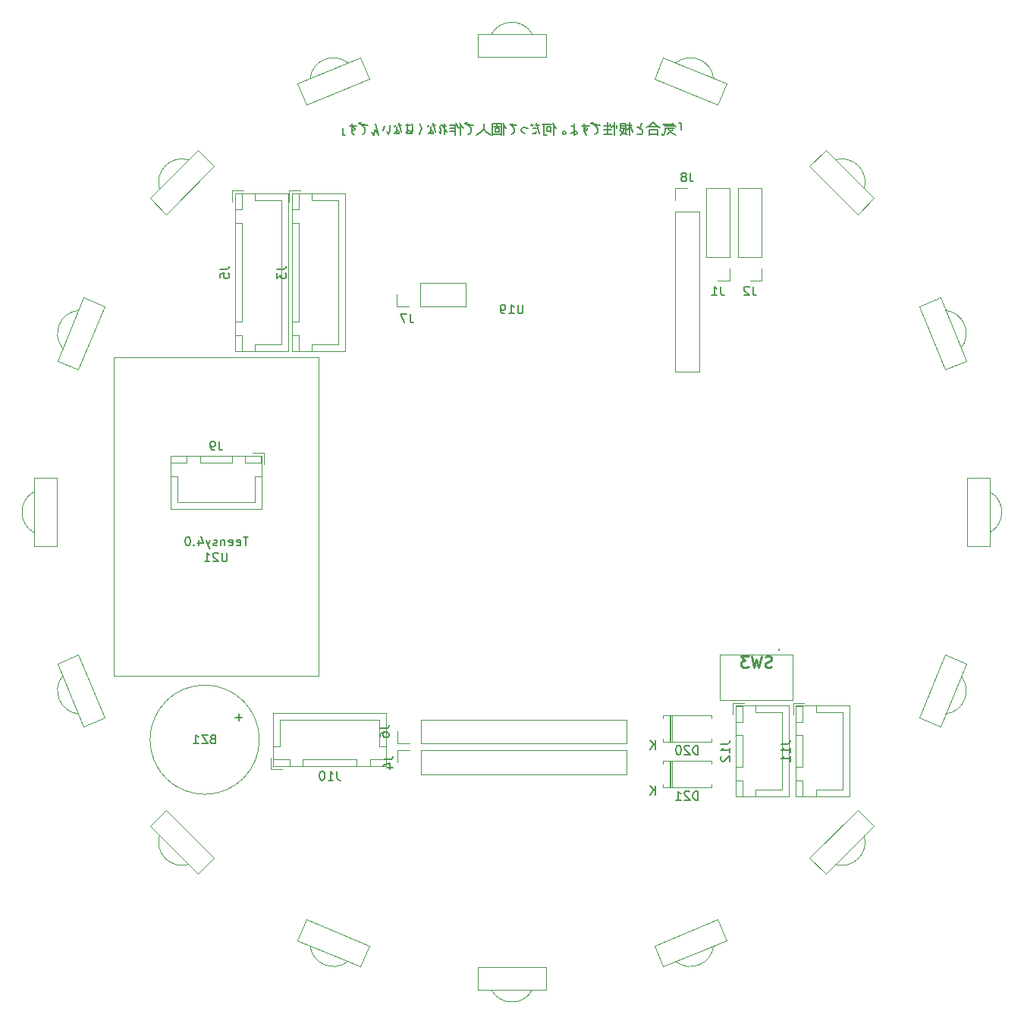
<source format=gbr>
%TF.GenerationSoftware,KiCad,Pcbnew,(6.0.5)*%
%TF.CreationDate,2023-02-26T15:47:36+09:00*%
%TF.ProjectId,mainboard,6d61696e-626f-4617-9264-2e6b69636164,rev?*%
%TF.SameCoordinates,Original*%
%TF.FileFunction,Legend,Bot*%
%TF.FilePolarity,Positive*%
%FSLAX46Y46*%
G04 Gerber Fmt 4.6, Leading zero omitted, Abs format (unit mm)*
G04 Created by KiCad (PCBNEW (6.0.5)) date 2023-02-26 15:47:36*
%MOMM*%
%LPD*%
G01*
G04 APERTURE LIST*
%ADD10C,0.150000*%
%ADD11C,0.254000*%
%ADD12C,0.120000*%
%ADD13C,0.100000*%
%ADD14C,0.200000*%
G04 APERTURE END LIST*
D10*
X171028571Y-58156571D02*
X171257142Y-58156571D01*
X171257142Y-58956571D01*
X170400000Y-58328000D02*
X169257142Y-58328000D01*
X170342857Y-58499428D02*
X169428571Y-58499428D01*
X169371428Y-59470857D02*
X169257142Y-59470857D01*
X169828571Y-58842285D02*
X170228571Y-59242285D01*
X170685714Y-59470857D01*
X170342857Y-58156571D02*
X170457142Y-58442285D01*
X170685714Y-58613714D01*
X170400000Y-58956571D02*
X170000000Y-59128000D01*
X169771428Y-59413714D01*
X170514285Y-58728000D02*
X169485714Y-58728000D01*
X169485714Y-59070857D01*
X169371428Y-59470857D01*
X169200000Y-59470857D01*
X169142857Y-59299428D01*
X168571428Y-58613714D02*
X167771428Y-58613714D01*
X168628571Y-59413714D02*
X167714285Y-59413714D01*
X168628571Y-58899428D02*
X168628571Y-59470857D01*
X168628571Y-58899428D02*
X167714285Y-58899428D01*
X167714285Y-59470857D01*
X168171428Y-58099428D02*
X167771428Y-58499428D01*
X167428571Y-58670857D01*
X168171428Y-58099428D02*
X168628571Y-58556571D01*
X168914285Y-58670857D01*
X166400000Y-58556571D02*
X166857142Y-58899428D01*
X166971428Y-59013714D01*
X166971428Y-59242285D01*
X166857142Y-59413714D01*
X166400000Y-59413714D01*
X166857142Y-58156571D02*
X166800000Y-58442285D01*
X166685714Y-58728000D01*
X165828571Y-58442285D02*
X165314285Y-58442285D01*
X165142857Y-58499428D02*
X164514285Y-58499428D01*
X165142857Y-58785142D02*
X164514285Y-58785142D01*
X165542857Y-58099428D02*
X165542857Y-59470857D01*
X165142857Y-58213714D02*
X165142857Y-59413714D01*
X165142857Y-58213714D02*
X164514285Y-58213714D01*
X164514285Y-58785142D01*
X164800000Y-59128000D02*
X164514285Y-59470857D01*
X165542857Y-58670857D02*
X165314285Y-58899428D01*
X164914285Y-58785142D02*
X164742857Y-59242285D01*
X165600000Y-58499428D02*
X165885714Y-59128000D01*
X164457142Y-58899428D02*
X164571428Y-59070857D01*
X164800000Y-59128000D01*
X165600000Y-58385142D02*
X165771428Y-59013714D01*
X164800000Y-59356571D02*
X165314285Y-59413714D01*
X163428571Y-58499428D02*
X162628571Y-58499428D01*
X163485714Y-58899428D02*
X162685714Y-58899428D01*
X163600000Y-59413714D02*
X162628571Y-59413714D01*
X163828571Y-58099428D02*
X163828571Y-59470857D01*
X163085714Y-58099428D02*
X163085714Y-59413714D01*
X163714285Y-58385142D02*
X163657142Y-58613714D01*
X164057142Y-58442285D02*
X164057142Y-58785142D01*
X163371428Y-58213714D02*
X163542857Y-58670857D01*
X162228571Y-58442285D02*
X161485714Y-58328000D01*
X161600000Y-58385142D02*
X161828571Y-58556571D01*
X161942857Y-58842285D01*
X161942857Y-59185142D01*
X161828571Y-59356571D01*
X161657142Y-59413714D01*
X161542857Y-58099428D02*
X161428571Y-58270857D01*
X161371428Y-58042285D02*
X161257142Y-58213714D01*
X161028571Y-58499428D02*
X160228571Y-58499428D01*
X160457142Y-58213714D02*
X160457142Y-59013714D01*
X160514285Y-59242285D01*
X160742857Y-59470857D01*
X160514285Y-58785142D02*
X160628571Y-58670857D01*
X160685714Y-58670857D01*
X160800000Y-58842285D01*
X160800000Y-58956571D01*
X160685714Y-59013714D01*
X160628571Y-59013714D01*
X160514285Y-58899428D01*
X159314285Y-58213714D02*
X159314285Y-59470857D01*
X159542857Y-59413714D01*
X159657142Y-59299428D01*
X159657142Y-59185142D01*
X159542857Y-59070857D01*
X158971428Y-59356571D01*
X159314285Y-58556571D02*
X159028571Y-58499428D01*
X158285714Y-59070857D02*
X158171428Y-59070857D01*
X158057142Y-59185142D01*
X158057142Y-59299428D01*
X158171428Y-59413714D01*
X158285714Y-59413714D01*
X158400000Y-59299428D01*
X158400000Y-59185142D01*
X158285714Y-59070857D01*
X156742857Y-59070857D02*
X156285714Y-59070857D01*
X157028571Y-58385142D02*
X157028571Y-59470857D01*
X156742857Y-58613714D02*
X156742857Y-59185142D01*
X156742857Y-58613714D02*
X156285714Y-58613714D01*
X156285714Y-59070857D01*
X156971428Y-58156571D02*
X157085714Y-58442285D01*
X157314285Y-58728000D01*
X156800000Y-58328000D02*
X155828571Y-58328000D01*
X155942857Y-58328000D02*
X155942857Y-59470857D01*
X156285714Y-59470857D01*
X155428571Y-58442285D02*
X155028571Y-58442285D01*
X155142857Y-58156571D02*
X155428571Y-59356571D01*
X155085714Y-58728000D02*
X154742857Y-58728000D01*
X155142857Y-59070857D02*
X155028571Y-59356571D01*
X154685714Y-59356571D01*
X154800000Y-58328000D02*
X154685714Y-58499428D01*
X154628571Y-58270857D02*
X154514285Y-58442285D01*
X154171428Y-58785142D02*
X153657142Y-58670857D01*
X153485714Y-58728000D01*
X153428571Y-58956571D01*
X153542857Y-59128000D01*
X153885714Y-59299428D01*
X152914285Y-58442285D02*
X152171428Y-58328000D01*
X152285714Y-58385142D02*
X152514285Y-58556571D01*
X152628571Y-58842285D01*
X152628571Y-59185142D01*
X152514285Y-59356571D01*
X152342857Y-59413714D01*
X151085714Y-58556571D02*
X150400000Y-58556571D01*
X151485714Y-58328000D02*
X151485714Y-59470857D01*
X150742857Y-58328000D02*
X150742857Y-58785142D01*
X151428571Y-58156571D02*
X151542857Y-58499428D01*
X151771428Y-58728000D01*
X151257142Y-58213714D02*
X150228571Y-58213714D01*
X150228571Y-59470857D01*
X151257142Y-58213714D02*
X151257142Y-59470857D01*
X151257142Y-59413714D02*
X150228571Y-59413714D01*
X150971428Y-58785142D02*
X150514285Y-58785142D01*
X150514285Y-59185142D01*
X150971428Y-59185142D01*
X150971428Y-58785142D01*
X149257142Y-58213714D02*
X149314285Y-58842285D01*
X149542857Y-59185142D01*
X149771428Y-59356571D01*
X150000000Y-59470857D01*
X149314285Y-58842285D02*
X148971428Y-59128000D01*
X148685714Y-59356571D01*
X148457142Y-59470857D01*
X148114285Y-58442285D02*
X147371428Y-58328000D01*
X147485714Y-58385142D02*
X147714285Y-58556571D01*
X147828571Y-58842285D01*
X147828571Y-59185142D01*
X147714285Y-59356571D01*
X147542857Y-59413714D01*
X147428571Y-58099428D02*
X147314285Y-58270857D01*
X147257142Y-58042285D02*
X147142857Y-58213714D01*
X146285714Y-58442285D02*
X145485714Y-58442285D01*
X146057142Y-58728000D02*
X145485714Y-58728000D01*
X146057142Y-59070857D02*
X145485714Y-59070857D01*
X146685714Y-58385142D02*
X146685714Y-59470857D01*
X146057142Y-58385142D02*
X146057142Y-59470857D01*
X146571428Y-58156571D02*
X146742857Y-58499428D01*
X146971428Y-58728000D01*
X146171428Y-58156571D02*
X146342857Y-58556571D01*
X146514285Y-58728000D01*
X144914285Y-58213714D02*
X144914285Y-59413714D01*
X145085714Y-58499428D02*
X144857142Y-58442285D01*
X144914285Y-58499428D01*
X145142857Y-59185142D02*
X144628571Y-58442285D01*
X144457142Y-58442285D01*
X144400000Y-58613714D01*
X144457142Y-59013714D01*
X144457142Y-59356571D01*
X144285714Y-59128000D01*
X143828571Y-58442285D02*
X143485714Y-58442285D01*
X143600000Y-58156571D02*
X143828571Y-59128000D01*
X143200000Y-58385142D02*
X143028571Y-58613714D01*
X143314285Y-58613714D02*
X143314285Y-59299428D01*
X143428571Y-59356571D01*
X143600000Y-59299428D01*
X143600000Y-59070857D01*
X143428571Y-59013714D01*
X143085714Y-59299428D01*
X142057142Y-58213714D02*
X142342857Y-58785142D01*
X142057142Y-59413714D01*
X141028571Y-58442285D02*
X140571428Y-58442285D01*
X140742857Y-58213714D02*
X140742857Y-59356571D01*
X141028571Y-59299428D01*
X141028571Y-59070857D01*
X140857142Y-59013714D01*
X140571428Y-59242285D01*
X141257142Y-58213714D02*
X141314285Y-58556571D01*
X141314285Y-58899428D01*
X141257142Y-59356571D01*
X141200000Y-58956571D01*
X140057142Y-58442285D02*
X139714285Y-58442285D01*
X139828571Y-58156571D02*
X140057142Y-59128000D01*
X139428571Y-58385142D02*
X139257142Y-58613714D01*
X139542857Y-58613714D02*
X139542857Y-59299428D01*
X139657142Y-59356571D01*
X139828571Y-59299428D01*
X139828571Y-59070857D01*
X139657142Y-59013714D01*
X139314285Y-59299428D01*
X138228571Y-58499428D02*
X138114285Y-58728000D01*
X138057142Y-59013714D01*
X138800000Y-58385142D02*
X138800000Y-58785142D01*
X138742857Y-59070857D01*
X138628571Y-59413714D01*
X138457142Y-59070857D01*
X137142857Y-58213714D02*
X137485714Y-59470857D01*
X137200000Y-58899428D01*
X137085714Y-58899428D01*
X136971428Y-59470857D01*
X136914285Y-59470857D01*
X136742857Y-59185142D01*
X136285714Y-58442285D02*
X135542857Y-58328000D01*
X135657142Y-58385142D02*
X135885714Y-58556571D01*
X136000000Y-58842285D01*
X136000000Y-59185142D01*
X135885714Y-59356571D01*
X135714285Y-59413714D01*
X135600000Y-58099428D02*
X135485714Y-58270857D01*
X135428571Y-58042285D02*
X135314285Y-58213714D01*
X135085714Y-58499428D02*
X134285714Y-58499428D01*
X134514285Y-58213714D02*
X134514285Y-59013714D01*
X134571428Y-59242285D01*
X134800000Y-59470857D01*
X134571428Y-58785142D02*
X134685714Y-58670857D01*
X134742857Y-58670857D01*
X134857142Y-58842285D01*
X134857142Y-58956571D01*
X134742857Y-59013714D01*
X134685714Y-59013714D01*
X134571428Y-58899428D01*
X133771428Y-59470857D02*
X133542857Y-59470857D01*
X133542857Y-58785142D01*
%TO.C,J6*%
X137657380Y-125741666D02*
X138371666Y-125741666D01*
X138514523Y-125694047D01*
X138609761Y-125598809D01*
X138657380Y-125455952D01*
X138657380Y-125360714D01*
X137657380Y-126646428D02*
X137657380Y-126455952D01*
X137705000Y-126360714D01*
X137752619Y-126313095D01*
X137895476Y-126217857D01*
X138085952Y-126170238D01*
X138466904Y-126170238D01*
X138562142Y-126217857D01*
X138609761Y-126265476D01*
X138657380Y-126360714D01*
X138657380Y-126551190D01*
X138609761Y-126646428D01*
X138562142Y-126694047D01*
X138466904Y-126741666D01*
X138228809Y-126741666D01*
X138133571Y-126694047D01*
X138085952Y-126646428D01*
X138038333Y-126551190D01*
X138038333Y-126360714D01*
X138085952Y-126265476D01*
X138133571Y-126217857D01*
X138228809Y-126170238D01*
D11*
%TO.C,SW3*%
X181398333Y-118878047D02*
X181216904Y-118938523D01*
X180914523Y-118938523D01*
X180793571Y-118878047D01*
X180733095Y-118817571D01*
X180672619Y-118696619D01*
X180672619Y-118575666D01*
X180733095Y-118454714D01*
X180793571Y-118394238D01*
X180914523Y-118333761D01*
X181156428Y-118273285D01*
X181277380Y-118212809D01*
X181337857Y-118152333D01*
X181398333Y-118031380D01*
X181398333Y-117910428D01*
X181337857Y-117789476D01*
X181277380Y-117729000D01*
X181156428Y-117668523D01*
X180854047Y-117668523D01*
X180672619Y-117729000D01*
X180249285Y-117668523D02*
X179946904Y-118938523D01*
X179705000Y-118031380D01*
X179463095Y-118938523D01*
X179160714Y-117668523D01*
X178797857Y-117668523D02*
X178011666Y-117668523D01*
X178435000Y-118152333D01*
X178253571Y-118152333D01*
X178132619Y-118212809D01*
X178072142Y-118273285D01*
X178011666Y-118394238D01*
X178011666Y-118696619D01*
X178072142Y-118817571D01*
X178132619Y-118878047D01*
X178253571Y-118938523D01*
X178616428Y-118938523D01*
X178737380Y-118878047D01*
X178797857Y-118817571D01*
D10*
%TO.C,J11*%
X182448380Y-127460476D02*
X183162666Y-127460476D01*
X183305523Y-127412857D01*
X183400761Y-127317619D01*
X183448380Y-127174761D01*
X183448380Y-127079523D01*
X183448380Y-128460476D02*
X183448380Y-127889047D01*
X183448380Y-128174761D02*
X182448380Y-128174761D01*
X182591238Y-128079523D01*
X182686476Y-127984285D01*
X182734095Y-127889047D01*
X183448380Y-129412857D02*
X183448380Y-128841428D01*
X183448380Y-129127142D02*
X182448380Y-129127142D01*
X182591238Y-129031904D01*
X182686476Y-128936666D01*
X182734095Y-128841428D01*
%TO.C,J4*%
X138097380Y-129206666D02*
X138811666Y-129206666D01*
X138954523Y-129159047D01*
X139049761Y-129063809D01*
X139097380Y-128920952D01*
X139097380Y-128825714D01*
X138430714Y-130111428D02*
X139097380Y-130111428D01*
X138049761Y-129873333D02*
X138764047Y-129635238D01*
X138764047Y-130254285D01*
%TO.C,J12*%
X175717380Y-127460476D02*
X176431666Y-127460476D01*
X176574523Y-127412857D01*
X176669761Y-127317619D01*
X176717380Y-127174761D01*
X176717380Y-127079523D01*
X176717380Y-128460476D02*
X176717380Y-127889047D01*
X176717380Y-128174761D02*
X175717380Y-128174761D01*
X175860238Y-128079523D01*
X175955476Y-127984285D01*
X176003095Y-127889047D01*
X175812619Y-128841428D02*
X175765000Y-128889047D01*
X175717380Y-128984285D01*
X175717380Y-129222380D01*
X175765000Y-129317619D01*
X175812619Y-129365238D01*
X175907857Y-129412857D01*
X176003095Y-129412857D01*
X176145952Y-129365238D01*
X176717380Y-128793809D01*
X176717380Y-129412857D01*
%TO.C,J8*%
X172291333Y-63714380D02*
X172291333Y-64428666D01*
X172338952Y-64571523D01*
X172434190Y-64666761D01*
X172577047Y-64714380D01*
X172672285Y-64714380D01*
X171672285Y-64142952D02*
X171767523Y-64095333D01*
X171815142Y-64047714D01*
X171862761Y-63952476D01*
X171862761Y-63904857D01*
X171815142Y-63809619D01*
X171767523Y-63762000D01*
X171672285Y-63714380D01*
X171481809Y-63714380D01*
X171386571Y-63762000D01*
X171338952Y-63809619D01*
X171291333Y-63904857D01*
X171291333Y-63952476D01*
X171338952Y-64047714D01*
X171386571Y-64095333D01*
X171481809Y-64142952D01*
X171672285Y-64142952D01*
X171767523Y-64190571D01*
X171815142Y-64238190D01*
X171862761Y-64333428D01*
X171862761Y-64523904D01*
X171815142Y-64619142D01*
X171767523Y-64666761D01*
X171672285Y-64714380D01*
X171481809Y-64714380D01*
X171386571Y-64666761D01*
X171338952Y-64619142D01*
X171291333Y-64523904D01*
X171291333Y-64333428D01*
X171338952Y-64238190D01*
X171386571Y-64190571D01*
X171481809Y-64142952D01*
%TO.C,J2*%
X179301333Y-76414380D02*
X179301333Y-77128666D01*
X179348952Y-77271523D01*
X179444190Y-77366761D01*
X179587047Y-77414380D01*
X179682285Y-77414380D01*
X178872761Y-76509619D02*
X178825142Y-76462000D01*
X178729904Y-76414380D01*
X178491809Y-76414380D01*
X178396571Y-76462000D01*
X178348952Y-76509619D01*
X178301333Y-76604857D01*
X178301333Y-76700095D01*
X178348952Y-76842952D01*
X178920380Y-77414380D01*
X178301333Y-77414380D01*
%TO.C,J9*%
X119713333Y-93675380D02*
X119713333Y-94389666D01*
X119760952Y-94532523D01*
X119856190Y-94627761D01*
X119999047Y-94675380D01*
X120094285Y-94675380D01*
X119189523Y-94675380D02*
X118999047Y-94675380D01*
X118903809Y-94627761D01*
X118856190Y-94580142D01*
X118760952Y-94437285D01*
X118713333Y-94246809D01*
X118713333Y-93865857D01*
X118760952Y-93770619D01*
X118808571Y-93723000D01*
X118903809Y-93675380D01*
X119094285Y-93675380D01*
X119189523Y-93723000D01*
X119237142Y-93770619D01*
X119284761Y-93865857D01*
X119284761Y-94103952D01*
X119237142Y-94199190D01*
X119189523Y-94246809D01*
X119094285Y-94294428D01*
X118903809Y-94294428D01*
X118808571Y-94246809D01*
X118760952Y-94199190D01*
X118713333Y-94103952D01*
%TO.C,U21*%
X120618095Y-106132380D02*
X120618095Y-106941904D01*
X120570476Y-107037142D01*
X120522857Y-107084761D01*
X120427619Y-107132380D01*
X120237142Y-107132380D01*
X120141904Y-107084761D01*
X120094285Y-107037142D01*
X120046666Y-106941904D01*
X120046666Y-106132380D01*
X119618095Y-106227619D02*
X119570476Y-106180000D01*
X119475238Y-106132380D01*
X119237142Y-106132380D01*
X119141904Y-106180000D01*
X119094285Y-106227619D01*
X119046666Y-106322857D01*
X119046666Y-106418095D01*
X119094285Y-106560952D01*
X119665714Y-107132380D01*
X119046666Y-107132380D01*
X118094285Y-107132380D02*
X118665714Y-107132380D01*
X118380000Y-107132380D02*
X118380000Y-106132380D01*
X118475238Y-106275238D01*
X118570476Y-106370476D01*
X118665714Y-106418095D01*
X122971428Y-104354380D02*
X122400000Y-104354380D01*
X122685714Y-105354380D02*
X122685714Y-104354380D01*
X121685714Y-105306761D02*
X121780952Y-105354380D01*
X121971428Y-105354380D01*
X122066666Y-105306761D01*
X122114285Y-105211523D01*
X122114285Y-104830571D01*
X122066666Y-104735333D01*
X121971428Y-104687714D01*
X121780952Y-104687714D01*
X121685714Y-104735333D01*
X121638095Y-104830571D01*
X121638095Y-104925809D01*
X122114285Y-105021047D01*
X120828571Y-105306761D02*
X120923809Y-105354380D01*
X121114285Y-105354380D01*
X121209523Y-105306761D01*
X121257142Y-105211523D01*
X121257142Y-104830571D01*
X121209523Y-104735333D01*
X121114285Y-104687714D01*
X120923809Y-104687714D01*
X120828571Y-104735333D01*
X120780952Y-104830571D01*
X120780952Y-104925809D01*
X121257142Y-105021047D01*
X120352380Y-104687714D02*
X120352380Y-105354380D01*
X120352380Y-104782952D02*
X120304761Y-104735333D01*
X120209523Y-104687714D01*
X120066666Y-104687714D01*
X119971428Y-104735333D01*
X119923809Y-104830571D01*
X119923809Y-105354380D01*
X119495238Y-105306761D02*
X119400000Y-105354380D01*
X119209523Y-105354380D01*
X119114285Y-105306761D01*
X119066666Y-105211523D01*
X119066666Y-105163904D01*
X119114285Y-105068666D01*
X119209523Y-105021047D01*
X119352380Y-105021047D01*
X119447619Y-104973428D01*
X119495238Y-104878190D01*
X119495238Y-104830571D01*
X119447619Y-104735333D01*
X119352380Y-104687714D01*
X119209523Y-104687714D01*
X119114285Y-104735333D01*
X118733333Y-104687714D02*
X118495238Y-105354380D01*
X118257142Y-104687714D02*
X118495238Y-105354380D01*
X118590476Y-105592476D01*
X118638095Y-105640095D01*
X118733333Y-105687714D01*
X117447619Y-104687714D02*
X117447619Y-105354380D01*
X117685714Y-104306761D02*
X117923809Y-105021047D01*
X117304761Y-105021047D01*
X116923809Y-105259142D02*
X116876190Y-105306761D01*
X116923809Y-105354380D01*
X116971428Y-105306761D01*
X116923809Y-105259142D01*
X116923809Y-105354380D01*
X116257142Y-104354380D02*
X116161904Y-104354380D01*
X116066666Y-104402000D01*
X116019047Y-104449619D01*
X115971428Y-104544857D01*
X115923809Y-104735333D01*
X115923809Y-104973428D01*
X115971428Y-105163904D01*
X116019047Y-105259142D01*
X116066666Y-105306761D01*
X116161904Y-105354380D01*
X116257142Y-105354380D01*
X116352380Y-105306761D01*
X116400000Y-105259142D01*
X116447619Y-105163904D01*
X116495238Y-104973428D01*
X116495238Y-104735333D01*
X116447619Y-104544857D01*
X116400000Y-104449619D01*
X116352380Y-104402000D01*
X116257142Y-104354380D01*
%TO.C,U19*%
X153638095Y-78446380D02*
X153638095Y-79255904D01*
X153590476Y-79351142D01*
X153542857Y-79398761D01*
X153447619Y-79446380D01*
X153257142Y-79446380D01*
X153161904Y-79398761D01*
X153114285Y-79351142D01*
X153066666Y-79255904D01*
X153066666Y-78446380D01*
X152066666Y-79446380D02*
X152638095Y-79446380D01*
X152352380Y-79446380D02*
X152352380Y-78446380D01*
X152447619Y-78589238D01*
X152542857Y-78684476D01*
X152638095Y-78732095D01*
X151590476Y-79446380D02*
X151400000Y-79446380D01*
X151304761Y-79398761D01*
X151257142Y-79351142D01*
X151161904Y-79208285D01*
X151114285Y-79017809D01*
X151114285Y-78636857D01*
X151161904Y-78541619D01*
X151209523Y-78494000D01*
X151304761Y-78446380D01*
X151495238Y-78446380D01*
X151590476Y-78494000D01*
X151638095Y-78541619D01*
X151685714Y-78636857D01*
X151685714Y-78874952D01*
X151638095Y-78970190D01*
X151590476Y-79017809D01*
X151495238Y-79065428D01*
X151304761Y-79065428D01*
X151209523Y-79017809D01*
X151161904Y-78970190D01*
X151114285Y-78874952D01*
%TO.C,J10*%
X132889523Y-130527380D02*
X132889523Y-131241666D01*
X132937142Y-131384523D01*
X133032380Y-131479761D01*
X133175238Y-131527380D01*
X133270476Y-131527380D01*
X131889523Y-131527380D02*
X132460952Y-131527380D01*
X132175238Y-131527380D02*
X132175238Y-130527380D01*
X132270476Y-130670238D01*
X132365714Y-130765476D01*
X132460952Y-130813095D01*
X131270476Y-130527380D02*
X131175238Y-130527380D01*
X131080000Y-130575000D01*
X131032380Y-130622619D01*
X130984761Y-130717857D01*
X130937142Y-130908333D01*
X130937142Y-131146428D01*
X130984761Y-131336904D01*
X131032380Y-131432142D01*
X131080000Y-131479761D01*
X131175238Y-131527380D01*
X131270476Y-131527380D01*
X131365714Y-131479761D01*
X131413333Y-131432142D01*
X131460952Y-131336904D01*
X131508571Y-131146428D01*
X131508571Y-130908333D01*
X131460952Y-130717857D01*
X131413333Y-130622619D01*
X131365714Y-130575000D01*
X131270476Y-130527380D01*
%TO.C,J5*%
X119837380Y-74496666D02*
X120551666Y-74496666D01*
X120694523Y-74449047D01*
X120789761Y-74353809D01*
X120837380Y-74210952D01*
X120837380Y-74115714D01*
X119837380Y-75449047D02*
X119837380Y-74972857D01*
X120313571Y-74925238D01*
X120265952Y-74972857D01*
X120218333Y-75068095D01*
X120218333Y-75306190D01*
X120265952Y-75401428D01*
X120313571Y-75449047D01*
X120408809Y-75496666D01*
X120646904Y-75496666D01*
X120742142Y-75449047D01*
X120789761Y-75401428D01*
X120837380Y-75306190D01*
X120837380Y-75068095D01*
X120789761Y-74972857D01*
X120742142Y-74925238D01*
%TO.C,D20*%
X173172285Y-128652380D02*
X173172285Y-127652380D01*
X172934190Y-127652380D01*
X172791333Y-127700000D01*
X172696095Y-127795238D01*
X172648476Y-127890476D01*
X172600857Y-128080952D01*
X172600857Y-128223809D01*
X172648476Y-128414285D01*
X172696095Y-128509523D01*
X172791333Y-128604761D01*
X172934190Y-128652380D01*
X173172285Y-128652380D01*
X172219904Y-127747619D02*
X172172285Y-127700000D01*
X172077047Y-127652380D01*
X171838952Y-127652380D01*
X171743714Y-127700000D01*
X171696095Y-127747619D01*
X171648476Y-127842857D01*
X171648476Y-127938095D01*
X171696095Y-128080952D01*
X172267523Y-128652380D01*
X171648476Y-128652380D01*
X171029428Y-127652380D02*
X170934190Y-127652380D01*
X170838952Y-127700000D01*
X170791333Y-127747619D01*
X170743714Y-127842857D01*
X170696095Y-128033333D01*
X170696095Y-128271428D01*
X170743714Y-128461904D01*
X170791333Y-128557142D01*
X170838952Y-128604761D01*
X170934190Y-128652380D01*
X171029428Y-128652380D01*
X171124666Y-128604761D01*
X171172285Y-128557142D01*
X171219904Y-128461904D01*
X171267523Y-128271428D01*
X171267523Y-128033333D01*
X171219904Y-127842857D01*
X171172285Y-127747619D01*
X171124666Y-127700000D01*
X171029428Y-127652380D01*
X168409904Y-128082380D02*
X168409904Y-127082380D01*
X167838476Y-128082380D02*
X168267047Y-127510952D01*
X167838476Y-127082380D02*
X168409904Y-127653809D01*
%TO.C,J7*%
X141049333Y-79462380D02*
X141049333Y-80176666D01*
X141096952Y-80319523D01*
X141192190Y-80414761D01*
X141335047Y-80462380D01*
X141430285Y-80462380D01*
X140668380Y-79462380D02*
X140001714Y-79462380D01*
X140430285Y-80462380D01*
%TO.C,D21*%
X173172285Y-133732380D02*
X173172285Y-132732380D01*
X172934190Y-132732380D01*
X172791333Y-132780000D01*
X172696095Y-132875238D01*
X172648476Y-132970476D01*
X172600857Y-133160952D01*
X172600857Y-133303809D01*
X172648476Y-133494285D01*
X172696095Y-133589523D01*
X172791333Y-133684761D01*
X172934190Y-133732380D01*
X173172285Y-133732380D01*
X172219904Y-132827619D02*
X172172285Y-132780000D01*
X172077047Y-132732380D01*
X171838952Y-132732380D01*
X171743714Y-132780000D01*
X171696095Y-132827619D01*
X171648476Y-132922857D01*
X171648476Y-133018095D01*
X171696095Y-133160952D01*
X172267523Y-133732380D01*
X171648476Y-133732380D01*
X170696095Y-133732380D02*
X171267523Y-133732380D01*
X170981809Y-133732380D02*
X170981809Y-132732380D01*
X171077047Y-132875238D01*
X171172285Y-132970476D01*
X171267523Y-133018095D01*
X168409904Y-133162380D02*
X168409904Y-132162380D01*
X167838476Y-133162380D02*
X168267047Y-132590952D01*
X167838476Y-132162380D02*
X168409904Y-132733809D01*
%TO.C,J3*%
X126187380Y-74496666D02*
X126901666Y-74496666D01*
X127044523Y-74449047D01*
X127139761Y-74353809D01*
X127187380Y-74210952D01*
X127187380Y-74115714D01*
X126187380Y-74877619D02*
X126187380Y-75496666D01*
X126568333Y-75163333D01*
X126568333Y-75306190D01*
X126615952Y-75401428D01*
X126663571Y-75449047D01*
X126758809Y-75496666D01*
X126996904Y-75496666D01*
X127092142Y-75449047D01*
X127139761Y-75401428D01*
X127187380Y-75306190D01*
X127187380Y-75020476D01*
X127139761Y-74925238D01*
X127092142Y-74877619D01*
%TO.C,BZ1*%
X118990952Y-126928571D02*
X118848095Y-126976190D01*
X118800476Y-127023809D01*
X118752857Y-127119047D01*
X118752857Y-127261904D01*
X118800476Y-127357142D01*
X118848095Y-127404761D01*
X118943333Y-127452380D01*
X119324285Y-127452380D01*
X119324285Y-126452380D01*
X118990952Y-126452380D01*
X118895714Y-126500000D01*
X118848095Y-126547619D01*
X118800476Y-126642857D01*
X118800476Y-126738095D01*
X118848095Y-126833333D01*
X118895714Y-126880952D01*
X118990952Y-126928571D01*
X119324285Y-126928571D01*
X118419523Y-126452380D02*
X117752857Y-126452380D01*
X118419523Y-127452380D01*
X117752857Y-127452380D01*
X116848095Y-127452380D02*
X117419523Y-127452380D01*
X117133809Y-127452380D02*
X117133809Y-126452380D01*
X117229047Y-126595238D01*
X117324285Y-126690476D01*
X117419523Y-126738095D01*
X122300952Y-124531428D02*
X121539047Y-124531428D01*
X121920000Y-124912380D02*
X121920000Y-124150476D01*
%TO.C,J1*%
X175720333Y-76414380D02*
X175720333Y-77128666D01*
X175767952Y-77271523D01*
X175863190Y-77366761D01*
X176006047Y-77414380D01*
X176101285Y-77414380D01*
X174720333Y-77414380D02*
X175291761Y-77414380D01*
X175006047Y-77414380D02*
X175006047Y-76414380D01*
X175101285Y-76557238D01*
X175196523Y-76652476D01*
X175291761Y-76700095D01*
D12*
%TO.C,J6*%
X142245000Y-127405000D02*
X165165000Y-127405000D01*
X165165000Y-124745000D02*
X165165000Y-127405000D01*
X142245000Y-124745000D02*
X165165000Y-124745000D01*
X139645000Y-127405000D02*
X140975000Y-127405000D01*
X142245000Y-124745000D02*
X142245000Y-127405000D01*
X139645000Y-126075000D02*
X139645000Y-127405000D01*
D13*
%TO.C,SW3*%
X175640000Y-122555000D02*
X175640000Y-117475000D01*
D14*
X182245000Y-116915000D02*
X182245000Y-116915000D01*
X182245000Y-117015000D02*
X182245000Y-117015000D01*
D13*
X183770000Y-122555000D02*
X175640000Y-122555000D01*
D14*
X182245000Y-116915000D02*
X182245000Y-116915000D01*
D13*
X175640000Y-117475000D02*
X183770000Y-117475000D01*
X183770000Y-117475000D02*
X183770000Y-122555000D01*
D14*
X182245000Y-117015000D02*
G75*
G03*
X182245000Y-116915000I0J50000D01*
G01*
X182245000Y-117015000D02*
G75*
G03*
X182245000Y-116915000I0J50000D01*
G01*
X182245000Y-116915000D02*
G75*
G03*
X182245000Y-117015000I0J-50000D01*
G01*
D12*
%TO.C,U16*%
X200791104Y-117520337D02*
X197875056Y-124560299D01*
X197875056Y-124560299D02*
X200221710Y-125532315D01*
X200221710Y-125532315D02*
X203137758Y-118492353D01*
X203137758Y-118492353D02*
X200791104Y-117520337D01*
X200804920Y-124124322D02*
G75*
G03*
X202554548Y-119900345I-298513J2597996D01*
G01*
%TO.C,U8*%
X113784898Y-68373052D02*
X119173052Y-62984898D01*
X119173052Y-62984898D02*
X117377001Y-61188847D01*
X117377001Y-61188847D02*
X111988847Y-66577001D01*
X111988847Y-66577001D02*
X113784898Y-68373052D01*
X116299370Y-62266478D02*
G75*
G03*
X113066478Y-65499370I-718420J-2514472D01*
G01*
%TO.C,J11*%
X184846000Y-125020000D02*
X184096000Y-125020000D01*
X183796000Y-124170000D02*
X183796000Y-122920000D01*
X184096000Y-130020000D02*
X184096000Y-126520000D01*
X184086000Y-123210000D02*
X190056000Y-123210000D01*
X190056000Y-123210000D02*
X190056000Y-133330000D01*
X184096000Y-126520000D02*
X184846000Y-126520000D01*
X184096000Y-131520000D02*
X184846000Y-131520000D01*
X190056000Y-133330000D02*
X184086000Y-133330000D01*
X184846000Y-133320000D02*
X184096000Y-133320000D01*
X186346000Y-123970000D02*
X189296000Y-123970000D01*
X189296000Y-132570000D02*
X189296000Y-128270000D01*
X186346000Y-133320000D02*
X186346000Y-132570000D01*
X184846000Y-131520000D02*
X184846000Y-133320000D01*
X184096000Y-125020000D02*
X184096000Y-123220000D01*
X184096000Y-123220000D02*
X184846000Y-123220000D01*
X184846000Y-123220000D02*
X184846000Y-125020000D01*
X184846000Y-126520000D02*
X184846000Y-130020000D01*
X186346000Y-123220000D02*
X186346000Y-123970000D01*
X184096000Y-133320000D02*
X184096000Y-131520000D01*
X184846000Y-130020000D02*
X184096000Y-130020000D01*
X189296000Y-123970000D02*
X189296000Y-128270000D01*
X184086000Y-133330000D02*
X184086000Y-123210000D01*
X186346000Y-132570000D02*
X189296000Y-132570000D01*
X183796000Y-122920000D02*
X185046000Y-122920000D01*
%TO.C,U11*%
X148590000Y-50800000D02*
X156210000Y-50800000D01*
X156210000Y-50800000D02*
X156210000Y-48260000D01*
X156210000Y-48260000D02*
X148590000Y-48260000D01*
X148590000Y-48260000D02*
X148590000Y-50800000D01*
X154686000Y-48260000D02*
G75*
G03*
X150114000Y-48260000I-2286000J-1270000D01*
G01*
%TO.C,U17*%
X191015102Y-134826948D02*
X185626948Y-140215102D01*
X185626948Y-140215102D02*
X187422999Y-142011153D01*
X187422999Y-142011153D02*
X192811153Y-136622999D01*
X192811153Y-136622999D02*
X191015102Y-134826948D01*
X188500630Y-140933522D02*
G75*
G03*
X191733522Y-137700630I718420J2514472D01*
G01*
%TO.C,U2*%
X156210000Y-152400000D02*
X148590000Y-152400000D01*
X148590000Y-152400000D02*
X148590000Y-154940000D01*
X148590000Y-154940000D02*
X156210000Y-154940000D01*
X156210000Y-154940000D02*
X156210000Y-152400000D01*
X150114000Y-154940000D02*
G75*
G03*
X154686000Y-154940000I2286000J1270000D01*
G01*
%TO.C,J4*%
X139645000Y-128210000D02*
X139645000Y-129540000D01*
X142245000Y-130870000D02*
X165165000Y-130870000D01*
X142245000Y-128210000D02*
X165165000Y-128210000D01*
X140975000Y-128210000D02*
X139645000Y-128210000D01*
X142245000Y-128210000D02*
X142245000Y-130870000D01*
X165165000Y-128210000D02*
X165165000Y-130870000D01*
%TO.C,J12*%
X177365000Y-131520000D02*
X178115000Y-131520000D01*
X177065000Y-124170000D02*
X177065000Y-122920000D01*
X182565000Y-123970000D02*
X182565000Y-128270000D01*
X179615000Y-123220000D02*
X179615000Y-123970000D01*
X178115000Y-125020000D02*
X177365000Y-125020000D01*
X177365000Y-123220000D02*
X178115000Y-123220000D01*
X177365000Y-133320000D02*
X177365000Y-131520000D01*
X183325000Y-133330000D02*
X177355000Y-133330000D01*
X177355000Y-123210000D02*
X183325000Y-123210000D01*
X179615000Y-132570000D02*
X182565000Y-132570000D01*
X178115000Y-133320000D02*
X177365000Y-133320000D01*
X179615000Y-123970000D02*
X182565000Y-123970000D01*
X178115000Y-131520000D02*
X178115000Y-133320000D01*
X177365000Y-126520000D02*
X178115000Y-126520000D01*
X177365000Y-130020000D02*
X177365000Y-126520000D01*
X183325000Y-123210000D02*
X183325000Y-133330000D01*
X178115000Y-123220000D02*
X178115000Y-125020000D01*
X178115000Y-130020000D02*
X177365000Y-130020000D01*
X177065000Y-122920000D02*
X178315000Y-122920000D01*
X177355000Y-133330000D02*
X177355000Y-123210000D01*
X178115000Y-126520000D02*
X178115000Y-130020000D01*
X177365000Y-125020000D02*
X177365000Y-123220000D01*
X179615000Y-133320000D02*
X179615000Y-132570000D01*
X182565000Y-132570000D02*
X182565000Y-128270000D01*
%TO.C,J8*%
X170628000Y-68072000D02*
X170628000Y-85912000D01*
X173288000Y-68072000D02*
X173288000Y-85912000D01*
X171958000Y-65472000D02*
X170628000Y-65472000D01*
X173288000Y-68072000D02*
X170628000Y-68072000D01*
X170628000Y-65472000D02*
X170628000Y-66802000D01*
X173288000Y-85912000D02*
X170628000Y-85912000D01*
%TO.C,U7*%
X104008896Y-85679663D02*
X106924944Y-78639701D01*
X106924944Y-78639701D02*
X104578290Y-77667685D01*
X104578290Y-77667685D02*
X101662242Y-84707647D01*
X101662242Y-84707647D02*
X104008896Y-85679663D01*
X103995080Y-79075678D02*
G75*
G03*
X102245452Y-83299655I298513J-2597996D01*
G01*
%TO.C,J2*%
X177638000Y-65472000D02*
X180298000Y-65472000D01*
X180298000Y-73152000D02*
X180298000Y-65472000D01*
X177638000Y-73152000D02*
X180298000Y-73152000D01*
X180298000Y-75752000D02*
X180298000Y-74422000D01*
X178968000Y-75752000D02*
X180298000Y-75752000D01*
X177638000Y-73152000D02*
X177638000Y-65472000D01*
%TO.C,J9*%
X114330000Y-95323000D02*
X116130000Y-95323000D01*
X115080000Y-100523000D02*
X119380000Y-100523000D01*
X124430000Y-95323000D02*
X124430000Y-96073000D01*
X114330000Y-97573000D02*
X115080000Y-97573000D01*
X114330000Y-96073000D02*
X114330000Y-95323000D01*
X121130000Y-95323000D02*
X121130000Y-96073000D01*
X124440000Y-101283000D02*
X114320000Y-101283000D01*
X114320000Y-95313000D02*
X124440000Y-95313000D01*
X122630000Y-95323000D02*
X124430000Y-95323000D01*
X123680000Y-97573000D02*
X123680000Y-100523000D01*
X123680000Y-100523000D02*
X119380000Y-100523000D01*
X115080000Y-97573000D02*
X115080000Y-100523000D01*
X116130000Y-96073000D02*
X114330000Y-96073000D01*
X114320000Y-101283000D02*
X114320000Y-95313000D01*
X122630000Y-96073000D02*
X122630000Y-95323000D01*
X116130000Y-95323000D02*
X116130000Y-96073000D01*
X124430000Y-96073000D02*
X122630000Y-96073000D01*
X124730000Y-95023000D02*
X124730000Y-96273000D01*
X124440000Y-95313000D02*
X124440000Y-101283000D01*
X121130000Y-96073000D02*
X117630000Y-96073000D01*
X117630000Y-95323000D02*
X121130000Y-95323000D01*
X117630000Y-96073000D02*
X117630000Y-95323000D01*
X124430000Y-97573000D02*
X123680000Y-97573000D01*
X123480000Y-95023000D02*
X124730000Y-95023000D01*
%TO.C,U5*%
X106924944Y-124560299D02*
X104008896Y-117520337D01*
X104008896Y-117520337D02*
X101662242Y-118492353D01*
X101662242Y-118492353D02*
X104578290Y-125532315D01*
X104578290Y-125532315D02*
X106924944Y-124560299D01*
X102245452Y-119900345D02*
G75*
G03*
X103995080Y-124124322I2048141J-1625981D01*
G01*
%TO.C,U21*%
X130810000Y-119840000D02*
X107950000Y-119840000D01*
X130810000Y-84280000D02*
X130810000Y-119840000D01*
X107950000Y-119840000D02*
X107950000Y-84280000D01*
X107950000Y-84280000D02*
X130810000Y-84280000D01*
%TO.C,U4*%
X119173052Y-140215102D02*
X113784898Y-134826948D01*
X113784898Y-134826948D02*
X111988847Y-136622999D01*
X111988847Y-136622999D02*
X117377001Y-142011153D01*
X117377001Y-142011153D02*
X119173052Y-140215102D01*
X113066478Y-137700630D02*
G75*
G03*
X116299370Y-140933522I2514472J-718420D01*
G01*
%TO.C,U15*%
X203200000Y-97790000D02*
X205740000Y-97790000D01*
X205740000Y-97790000D02*
X205740000Y-105410000D01*
X205740000Y-105410000D02*
X203200000Y-105410000D01*
X203200000Y-105410000D02*
X203200000Y-97790000D01*
X205740000Y-103886000D02*
G75*
G03*
X205740000Y-99314000I-1270000J2286000D01*
G01*
%TO.C,U13*%
X185626948Y-62984898D02*
X191015102Y-68373052D01*
X191015102Y-68373052D02*
X192811153Y-66577001D01*
X192811153Y-66577001D02*
X187422999Y-61188847D01*
X187422999Y-61188847D02*
X185626948Y-62984898D01*
X191733522Y-65499370D02*
G75*
G03*
X188500630Y-62266478I-2514472J718420D01*
G01*
%TO.C,U3*%
X136479663Y-149991104D02*
X129439701Y-147075056D01*
X129439701Y-147075056D02*
X128467685Y-149421710D01*
X128467685Y-149421710D02*
X135507647Y-152337758D01*
X135507647Y-152337758D02*
X136479663Y-149991104D01*
X129875678Y-150004920D02*
G75*
G03*
X134099655Y-151754548I2597996J298513D01*
G01*
%TO.C,U18*%
X175360299Y-147075056D02*
X168320337Y-149991104D01*
X168320337Y-149991104D02*
X169292353Y-152337758D01*
X169292353Y-152337758D02*
X176332315Y-149421710D01*
X176332315Y-149421710D02*
X175360299Y-147075056D01*
X170700345Y-151754548D02*
G75*
G03*
X174924322Y-150004920I1625981J2048141D01*
G01*
%TO.C,J10*%
X136580000Y-129975000D02*
X136580000Y-129225000D01*
X125770000Y-124015000D02*
X138390000Y-124015000D01*
X125780000Y-129975000D02*
X125780000Y-129225000D01*
X138380000Y-127725000D02*
X137630000Y-127725000D01*
X137630000Y-127725000D02*
X137630000Y-124775000D01*
X125770000Y-129985000D02*
X125770000Y-124015000D01*
X126530000Y-124775000D02*
X132080000Y-124775000D01*
X138380000Y-129225000D02*
X138380000Y-129975000D01*
X138390000Y-129985000D02*
X125770000Y-129985000D01*
X138390000Y-124015000D02*
X138390000Y-129985000D01*
X137630000Y-124775000D02*
X132080000Y-124775000D01*
X125480000Y-130275000D02*
X125480000Y-129025000D01*
X136580000Y-129225000D02*
X138380000Y-129225000D01*
X135080000Y-129975000D02*
X129080000Y-129975000D01*
X129080000Y-129975000D02*
X129080000Y-129225000D01*
X129080000Y-129225000D02*
X135080000Y-129225000D01*
X125780000Y-127725000D02*
X126530000Y-127725000D01*
X126530000Y-127725000D02*
X126530000Y-124775000D01*
X125780000Y-129225000D02*
X127580000Y-129225000D01*
X135080000Y-129225000D02*
X135080000Y-129975000D01*
X138380000Y-129975000D02*
X136580000Y-129975000D01*
X127580000Y-129975000D02*
X125780000Y-129975000D01*
X127580000Y-129225000D02*
X127580000Y-129975000D01*
X126730000Y-130275000D02*
X125480000Y-130275000D01*
%TO.C,U14*%
X197875056Y-78639701D02*
X200791104Y-85679663D01*
X200791104Y-85679663D02*
X203137758Y-84707647D01*
X203137758Y-84707647D02*
X200221710Y-77667685D01*
X200221710Y-77667685D02*
X197875056Y-78639701D01*
X202554548Y-83299655D02*
G75*
G03*
X200804920Y-79075678I-2048141J1625981D01*
G01*
%TO.C,J5*%
X126685000Y-66780000D02*
X126685000Y-74830000D01*
X121475000Y-83640000D02*
X121475000Y-66020000D01*
X122235000Y-83630000D02*
X121485000Y-83630000D01*
X122235000Y-67830000D02*
X121485000Y-67830000D01*
X123735000Y-66780000D02*
X126685000Y-66780000D01*
X122235000Y-66030000D02*
X122235000Y-67830000D01*
X121185000Y-65730000D02*
X122435000Y-65730000D01*
X121485000Y-66030000D02*
X122235000Y-66030000D01*
X122235000Y-69330000D02*
X122235000Y-80330000D01*
X121475000Y-66020000D02*
X127445000Y-66020000D01*
X127445000Y-83640000D02*
X121475000Y-83640000D01*
X121485000Y-80330000D02*
X121485000Y-69330000D01*
X121485000Y-67830000D02*
X121485000Y-66030000D01*
X123735000Y-83630000D02*
X123735000Y-82880000D01*
X121485000Y-83630000D02*
X121485000Y-81830000D01*
X126685000Y-82880000D02*
X126685000Y-74830000D01*
X127445000Y-66020000D02*
X127445000Y-83640000D01*
X121485000Y-81830000D02*
X122235000Y-81830000D01*
X121485000Y-69330000D02*
X122235000Y-69330000D01*
X123735000Y-82880000D02*
X126685000Y-82880000D01*
X123735000Y-66030000D02*
X123735000Y-66780000D01*
X122235000Y-81830000D02*
X122235000Y-83630000D01*
X122235000Y-80330000D02*
X121485000Y-80330000D01*
X121185000Y-66980000D02*
X121185000Y-65730000D01*
%TO.C,D20*%
X169238000Y-127200000D02*
X174678000Y-127200000D01*
X174678000Y-124260000D02*
X174678000Y-124590000D01*
X170018000Y-127200000D02*
X170018000Y-124260000D01*
X169238000Y-124590000D02*
X169238000Y-124260000D01*
X169238000Y-126870000D02*
X169238000Y-127200000D01*
X169238000Y-124260000D02*
X174678000Y-124260000D01*
X174678000Y-127200000D02*
X174678000Y-126870000D01*
X170258000Y-127200000D02*
X170258000Y-124260000D01*
X170138000Y-127200000D02*
X170138000Y-124260000D01*
%TO.C,J7*%
X147268000Y-75988000D02*
X147268000Y-78648000D01*
X139528000Y-78648000D02*
X140858000Y-78648000D01*
X142128000Y-78648000D02*
X147268000Y-78648000D01*
X142128000Y-75988000D02*
X147268000Y-75988000D01*
X142128000Y-75988000D02*
X142128000Y-78648000D01*
X139528000Y-77318000D02*
X139528000Y-78648000D01*
%TO.C,D21*%
X170258000Y-132280000D02*
X170258000Y-129340000D01*
X169238000Y-132280000D02*
X174678000Y-132280000D01*
X170138000Y-132280000D02*
X170138000Y-129340000D01*
X174678000Y-129340000D02*
X174678000Y-129670000D01*
X169238000Y-131950000D02*
X169238000Y-132280000D01*
X174678000Y-132280000D02*
X174678000Y-131950000D01*
X169238000Y-129340000D02*
X174678000Y-129340000D01*
X169238000Y-129670000D02*
X169238000Y-129340000D01*
X170018000Y-132280000D02*
X170018000Y-129340000D01*
%TO.C,J3*%
X130085000Y-82880000D02*
X133035000Y-82880000D01*
X133035000Y-66780000D02*
X133035000Y-74830000D01*
X127835000Y-81830000D02*
X128585000Y-81830000D01*
X133035000Y-82880000D02*
X133035000Y-74830000D01*
X127835000Y-69330000D02*
X128585000Y-69330000D01*
X128585000Y-69330000D02*
X128585000Y-80330000D01*
X130085000Y-66780000D02*
X133035000Y-66780000D01*
X127535000Y-66980000D02*
X127535000Y-65730000D01*
X128585000Y-83630000D02*
X127835000Y-83630000D01*
X127835000Y-66030000D02*
X128585000Y-66030000D01*
X127835000Y-80330000D02*
X127835000Y-69330000D01*
X127825000Y-83640000D02*
X127825000Y-66020000D01*
X127535000Y-65730000D02*
X128785000Y-65730000D01*
X128585000Y-81830000D02*
X128585000Y-83630000D01*
X127835000Y-83630000D02*
X127835000Y-81830000D01*
X130085000Y-83630000D02*
X130085000Y-82880000D01*
X133795000Y-66020000D02*
X133795000Y-83640000D01*
X127835000Y-67830000D02*
X127835000Y-66030000D01*
X127825000Y-66020000D02*
X133795000Y-66020000D01*
X128585000Y-66030000D02*
X128585000Y-67830000D01*
X128585000Y-80330000D02*
X127835000Y-80330000D01*
X133795000Y-83640000D02*
X127825000Y-83640000D01*
X130085000Y-66030000D02*
X130085000Y-66780000D01*
X128585000Y-67830000D02*
X127835000Y-67830000D01*
%TO.C,BZ1*%
X124210000Y-127000000D02*
G75*
G03*
X124210000Y-127000000I-6100000J0D01*
G01*
%TO.C,U6*%
X101600000Y-105410000D02*
X99060000Y-105410000D01*
X99060000Y-105410000D02*
X99060000Y-97790000D01*
X99060000Y-97790000D02*
X101600000Y-97790000D01*
X101600000Y-97790000D02*
X101600000Y-105410000D01*
X99060000Y-99314000D02*
G75*
G03*
X99060000Y-103886000I1270000J-2286000D01*
G01*
%TO.C,U12*%
X168320337Y-53208896D02*
X175360299Y-56124944D01*
X175360299Y-56124944D02*
X176332315Y-53778290D01*
X176332315Y-53778290D02*
X169292353Y-50862242D01*
X169292353Y-50862242D02*
X168320337Y-53208896D01*
X174924322Y-53195080D02*
G75*
G03*
X170700345Y-51445452I-2597996J-298513D01*
G01*
%TO.C,U9*%
X129439701Y-56124944D02*
X136479663Y-53208896D01*
X136479663Y-53208896D02*
X135507647Y-50862242D01*
X135507647Y-50862242D02*
X128467685Y-53778290D01*
X128467685Y-53778290D02*
X129439701Y-56124944D01*
X134099655Y-51445452D02*
G75*
G03*
X129875678Y-53195080I-1625981J-2048141D01*
G01*
%TO.C,J1*%
X174057000Y-73152000D02*
X174057000Y-65472000D01*
X174057000Y-73152000D02*
X176717000Y-73152000D01*
X174057000Y-65472000D02*
X176717000Y-65472000D01*
X175387000Y-75752000D02*
X176717000Y-75752000D01*
X176717000Y-75752000D02*
X176717000Y-74422000D01*
X176717000Y-73152000D02*
X176717000Y-65472000D01*
%TD*%
M02*

</source>
